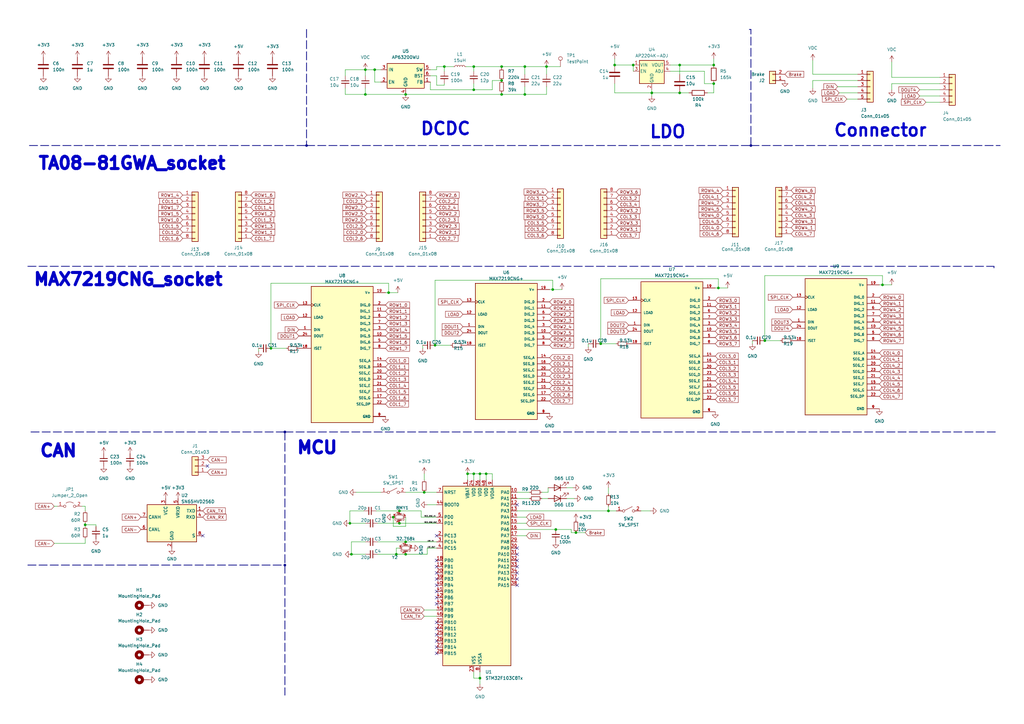
<source format=kicad_sch>
(kicad_sch (version 20230121) (generator eeschema)
  (paper "A3")
  (junction (at 278.765 26.67))
  (junction (at 149.86 38.735))
  (junction (at 116.84 231.775))
  (junction (at 163.83 214.63))
  (junction (at 313.69 139.7))
  (junction (at 267.335 38.1))
  (junction (at 144.145 227.33))
  (junction (at 196.85 278.13))
  (junction (at 227.965 217.17))
  (junction (at 182.245 27.305))
  (junction (at 246.38 140.97))
  (junction (at 196.85 194.31))
  (junction (at 159.385 120.015))
  (junction (at 194.31 27.305))
  (junction (at 194.31 36.83))
  (junction (at 162.56 227.33))
  (junction (at 143.51 214.63))
  (junction (at 215.265 27.305))
  (junction (at 361.95 116.84))
  (junction (at 173.99 201.93))
  (junction (at 149.86 28.575))
  (junction (at 191.77 194.31))
  (junction (at 194.31 194.31))
  (junction (at 111.125 142.875))
  (junction (at 292.735 26.67))
  (junction (at 199.39 194.31))
  (junction (at 205.74 27.305))
  (junction (at 178.435 141.605))
  (junction (at 236.22 218.44))
  (junction (at 249.555 209.55))
  (junction (at 294.64 118.11))
  (junction (at 166.37 222.25))
  (junction (at 292.735 34.29))
  (junction (at 166.37 227.33))
  (junction (at 259.715 26.67))
  (junction (at 215.265 38.735))
  (junction (at 252.095 26.67))
  (junction (at 34.925 215.265))
  (junction (at 161.29 212.09))
  (junction (at 116.84 177.165))
  (junction (at 163.83 209.55))
  (junction (at 153.67 28.575))
  (junction (at 205.74 33.02))
  (junction (at 307.975 59.69))
  (junction (at 226.695 118.745))
  (junction (at 205.74 38.735))
  (junction (at 125.73 59.69))
  (junction (at 278.765 38.1))
  (junction (at 224.155 27.305))
  (junction (at 166.37 38.735))
  (no_connect (at 85.09 191.135))
  (no_connect (at 212.09 207.01))
  (no_connect (at 179.07 237.49))
  (no_connect (at 179.07 255.27))
  (no_connect (at 179.07 234.95))
  (no_connect (at 179.07 245.11))
  (no_connect (at 179.07 232.41))
  (no_connect (at 212.09 234.95))
  (no_connect (at 179.07 219.71))
  (no_connect (at 179.07 247.65))
  (no_connect (at 212.09 229.87))
  (no_connect (at 179.07 257.81))
  (no_connect (at 179.07 240.03))
  (no_connect (at 212.09 232.41))
  (no_connect (at 212.09 237.49))
  (no_connect (at 179.07 260.35))
  (no_connect (at 212.09 240.03))
  (no_connect (at 212.09 227.33))
  (no_connect (at 179.07 265.43))
  (no_connect (at 179.07 267.97))
  (no_connect (at 212.09 224.79))
  (no_connect (at 179.07 229.87))
  (no_connect (at 179.07 242.57))
  (no_connect (at 83.185 219.71))
  (no_connect (at 179.07 262.89))
  (wire (pts (xy 163.83 209.55) (xy 172.72 209.55)))
  (wire (pts (xy 212.09 201.93) (xy 217.17 201.93)))
  (wire (pts (xy 166.37 222.25) (xy 179.07 222.25)))
  (wire (pts (xy 176.53 33.655) (xy 176.53 36.83)))
  (wire (pts (xy 224.155 27.305) (xy 229.87 27.305)))
  (wire (pts (xy 175.26 224.79) (xy 179.07 224.79)))
  (wire (pts (xy 201.93 33.02) (xy 205.74 33.02)))
  (wire (pts (xy 215.265 30.48) (xy 215.265 27.305)))
  (wire (pts (xy 278.765 38.1) (xy 282.575 38.1)))
  (wire (pts (xy 173.99 194.31) (xy 173.99 196.85)))
  (wire (pts (xy 234.315 218.44) (xy 236.22 218.44)))
  (wire (pts (xy 153.67 28.575) (xy 153.67 33.655)))
  (wire (pts (xy 294.64 114.3) (xy 246.38 114.3)))
  (wire (pts (xy 379.73 41.91) (xy 385.445 41.91)))
  (bus (pts (xy 407.67 109.22) (xy 407.67 109.855)))
  (bus (pts (xy 11.43 109.22) (xy 407.67 109.22)) (stroke (width 0) (type dash)))
  (wire (pts (xy 262.89 209.55) (xy 266.7 209.55)))
  (wire (pts (xy 154.94 222.25) (xy 166.37 222.25)))
  (wire (pts (xy 351.79 33.02) (xy 333.375 33.02)))
  (wire (pts (xy 141.605 28.575) (xy 149.86 28.575)))
  (wire (pts (xy 215.265 38.735) (xy 205.74 38.735)))
  (wire (pts (xy 226.695 118.745) (xy 230.505 118.745)))
  (bus (pts (xy 116.84 231.775) (xy 116.84 285.115)) (stroke (width 0) (type dash)))
  (wire (pts (xy 226.695 118.745) (xy 226.695 114.935)))
  (wire (pts (xy 278.765 26.67) (xy 278.765 30.48)))
  (wire (pts (xy 274.955 26.67) (xy 278.765 26.67)))
  (wire (pts (xy 143.51 214.63) (xy 149.86 214.63)))
  (wire (pts (xy 194.31 194.31) (xy 196.85 194.31)))
  (wire (pts (xy 361.95 116.84) (xy 365.76 116.84)))
  (wire (pts (xy 246.38 114.3) (xy 246.38 140.97)))
  (wire (pts (xy 267.335 36.83) (xy 267.335 38.1)))
  (wire (pts (xy 236.22 218.44) (xy 240.03 218.44)))
  (wire (pts (xy 166.37 212.09) (xy 166.37 215.9)))
  (wire (pts (xy 246.38 140.97) (xy 252.73 140.97)))
  (wire (pts (xy 173.355 141.605) (xy 173.355 142.875)))
  (wire (pts (xy 224.79 201.93) (xy 222.25 201.93)))
  (wire (pts (xy 215.265 35.56) (xy 215.265 38.735)))
  (wire (pts (xy 212.09 209.55) (xy 249.555 209.55)))
  (wire (pts (xy 377.19 36.83) (xy 385.445 36.83)))
  (wire (pts (xy 313.69 113.03) (xy 313.69 139.7)))
  (wire (pts (xy 199.39 194.31) (xy 201.93 194.31)))
  (wire (pts (xy 182.245 27.305) (xy 186.055 27.305)))
  (wire (pts (xy 144.145 227.33) (xy 144.145 222.25)))
  (wire (pts (xy 162.56 227.33) (xy 166.37 227.33)))
  (wire (pts (xy 179.07 34.925) (xy 182.245 34.925)))
  (wire (pts (xy 163.83 214.63) (xy 179.07 214.63)))
  (wire (pts (xy 194.31 278.13) (xy 196.85 278.13)))
  (wire (pts (xy 205.74 38.735) (xy 166.37 38.735)))
  (wire (pts (xy 199.39 194.31) (xy 199.39 196.85)))
  (wire (pts (xy 106.045 142.875) (xy 106.045 144.145)))
  (wire (pts (xy 161.29 215.9) (xy 161.29 212.09)))
  (wire (pts (xy 154.94 214.63) (xy 163.83 214.63)))
  (bus (pts (xy 125.73 59.69) (xy 307.975 59.69)) (stroke (width 0) (type dash)))
  (wire (pts (xy 141.605 38.735) (xy 149.86 38.735)))
  (wire (pts (xy 194.31 36.83) (xy 201.93 36.83)))
  (wire (pts (xy 343.535 35.56) (xy 351.79 35.56)))
  (wire (pts (xy 146.05 201.93) (xy 156.21 201.93)))
  (bus (pts (xy 116.84 177.165) (xy 408.94 177.165)) (stroke (width 0) (type dash)))
  (wire (pts (xy 172.72 212.09) (xy 172.72 209.55)))
  (wire (pts (xy 212.09 217.17) (xy 227.965 217.17)))
  (wire (pts (xy 196.85 275.59) (xy 196.85 278.13)))
  (wire (pts (xy 149.86 38.735) (xy 166.37 38.735)))
  (wire (pts (xy 172.72 212.09) (xy 179.07 212.09)))
  (wire (pts (xy 308.61 139.7) (xy 308.61 140.97)))
  (wire (pts (xy 252.095 38.1) (xy 267.335 38.1)))
  (wire (pts (xy 294.64 118.11) (xy 294.64 114.3)))
  (wire (pts (xy 162.56 224.79) (xy 162.56 227.33)))
  (bus (pts (xy 125.73 12.065) (xy 125.73 59.69)) (stroke (width 0) (type dash)))
  (bus (pts (xy 116.84 177.165) (xy 116.84 231.775)) (stroke (width 0) (type dash)))
  (wire (pts (xy 175.26 227.33) (xy 175.26 224.79)))
  (wire (pts (xy 22.225 207.645) (xy 23.495 207.645)))
  (wire (pts (xy 215.9 214.63) (xy 212.09 214.63)))
  (wire (pts (xy 292.735 24.13) (xy 292.735 26.67)))
  (wire (pts (xy 333.375 30.48) (xy 333.375 24.765)))
  (wire (pts (xy 196.85 278.13) (xy 196.85 280.67)))
  (wire (pts (xy 365.76 31.75) (xy 385.445 31.75)))
  (wire (pts (xy 33.655 207.645) (xy 34.925 207.645)))
  (wire (pts (xy 241.3 140.97) (xy 241.3 142.24)))
  (wire (pts (xy 267.335 38.1) (xy 267.335 39.37)))
  (wire (pts (xy 377.19 39.37) (xy 385.445 39.37)))
  (wire (pts (xy 252.095 34.29) (xy 252.095 38.1)))
  (wire (pts (xy 22.225 222.885) (xy 34.925 222.885)))
  (wire (pts (xy 179.07 27.305) (xy 179.07 28.575)))
  (wire (pts (xy 212.09 219.71) (xy 215.9 219.71)))
  (wire (pts (xy 179.07 27.305) (xy 182.245 27.305)))
  (wire (pts (xy 166.37 215.9) (xy 161.29 215.9)))
  (wire (pts (xy 225.425 118.745) (xy 226.695 118.745)))
  (wire (pts (xy 274.955 29.21) (xy 288.925 29.21)))
  (wire (pts (xy 333.375 30.48) (xy 351.79 30.48)))
  (wire (pts (xy 149.86 28.575) (xy 153.67 28.575)))
  (wire (pts (xy 249.555 209.55) (xy 252.73 209.55)))
  (wire (pts (xy 159.385 120.015) (xy 159.385 116.205)))
  (bus (pts (xy 12.7 177.165) (xy 116.84 177.165)) (stroke (width 0) (type dash)))
  (wire (pts (xy 153.67 33.655) (xy 156.21 33.655)))
  (wire (pts (xy 34.925 222.885) (xy 34.925 220.98)))
  (bus (pts (xy 11.43 231.775) (xy 116.84 231.775)) (stroke (width 0) (type dash)))
  (wire (pts (xy 205.74 38.1) (xy 205.74 38.735)))
  (wire (pts (xy 288.925 29.21) (xy 288.925 34.29)))
  (wire (pts (xy 292.735 38.1) (xy 292.735 34.29)))
  (wire (pts (xy 143.51 209.55) (xy 149.225 209.55)))
  (wire (pts (xy 182.245 34.925) (xy 182.245 34.29)))
  (wire (pts (xy 144.145 222.25) (xy 149.86 222.25)))
  (wire (pts (xy 290.195 38.1) (xy 292.735 38.1)))
  (wire (pts (xy 232.41 200.025) (xy 234.95 200.025)))
  (wire (pts (xy 196.85 194.31) (xy 199.39 194.31)))
  (wire (pts (xy 39.37 215.265) (xy 34.925 215.265)))
  (wire (pts (xy 191.77 194.31) (xy 191.77 196.85)))
  (wire (pts (xy 194.31 194.31) (xy 194.31 196.85)))
  (wire (pts (xy 159.385 116.205) (xy 111.125 116.205)))
  (wire (pts (xy 201.93 194.31) (xy 201.93 196.85)))
  (wire (pts (xy 111.125 142.875) (xy 117.475 142.875)))
  (wire (pts (xy 182.245 29.21) (xy 182.245 27.305)))
  (wire (pts (xy 361.95 116.84) (xy 361.95 113.03)))
  (wire (pts (xy 226.695 114.935) (xy 178.435 114.935)))
  (bus (pts (xy 307.975 59.69) (xy 410.21 59.69)) (stroke (width 0) (type dash)))
  (wire (pts (xy 232.41 204.47) (xy 235.585 204.47)))
  (wire (pts (xy 191.135 27.305) (xy 194.31 27.305)))
  (wire (pts (xy 224.155 35.56) (xy 224.155 38.735)))
  (wire (pts (xy 361.95 113.03) (xy 313.69 113.03)))
  (wire (pts (xy 163.83 224.79) (xy 162.56 224.79)))
  (wire (pts (xy 385.445 34.29) (xy 365.76 34.29)))
  (wire (pts (xy 143.51 214.63) (xy 143.51 209.55)))
  (wire (pts (xy 194.31 27.305) (xy 194.31 29.21)))
  (wire (pts (xy 294.64 118.11) (xy 298.45 118.11)))
  (wire (pts (xy 313.69 139.7) (xy 320.04 139.7)))
  (wire (pts (xy 234.315 217.17) (xy 234.315 218.44)))
  (wire (pts (xy 111.125 116.205) (xy 111.125 142.875)))
  (wire (pts (xy 159.385 120.015) (xy 163.195 120.015)))
  (wire (pts (xy 179.07 31.115) (xy 179.07 34.925)))
  (wire (pts (xy 365.76 31.75) (xy 365.76 25.4)))
  (wire (pts (xy 179.07 28.575) (xy 176.53 28.575)))
  (wire (pts (xy 365.76 34.29) (xy 365.76 36.83)))
  (bus (pts (xy 12.065 59.69) (xy 125.73 59.69)) (stroke (width 0) (type dash)))
  (wire (pts (xy 224.155 27.305) (xy 224.155 30.48)))
  (wire (pts (xy 227.965 217.17) (xy 234.315 217.17)))
  (wire (pts (xy 333.375 33.02) (xy 333.375 36.195)))
  (wire (pts (xy 360.68 116.84) (xy 361.95 116.84)))
  (wire (pts (xy 154.94 227.33) (xy 162.56 227.33)))
  (wire (pts (xy 249.555 200.025) (xy 249.555 202.565)))
  (wire (pts (xy 267.335 38.1) (xy 278.765 38.1)))
  (wire (pts (xy 347.345 40.64) (xy 351.79 40.64)))
  (wire (pts (xy 39.37 215.265) (xy 39.37 215.9)))
  (wire (pts (xy 212.09 204.47) (xy 217.17 204.47)))
  (wire (pts (xy 194.31 275.59) (xy 194.31 278.13)))
  (wire (pts (xy 176.53 36.83) (xy 194.31 36.83)))
  (wire (pts (xy 194.31 36.83) (xy 194.31 34.29)))
  (wire (pts (xy 178.435 114.935) (xy 178.435 141.605)))
  (wire (pts (xy 149.86 28.575) (xy 149.86 31.115)))
  (wire (pts (xy 158.115 120.015) (xy 159.385 120.015)))
  (wire (pts (xy 34.925 207.645) (xy 34.925 209.55)))
  (wire (pts (xy 293.37 118.11) (xy 294.64 118.11)))
  (wire (pts (xy 141.605 28.575) (xy 141.605 31.115)))
  (wire (pts (xy 205.74 27.94) (xy 205.74 27.305)))
  (wire (pts (xy 288.925 34.29) (xy 292.735 34.29)))
  (wire (pts (xy 344.17 38.1) (xy 351.79 38.1)))
  (wire (pts (xy 34.925 215.265) (xy 34.925 215.9)))
  (wire (pts (xy 173.99 201.93) (xy 179.07 201.93)))
  (wire (pts (xy 34.925 214.63) (xy 34.925 215.265)))
  (wire (pts (xy 215.265 38.735) (xy 224.155 38.735)))
  (wire (pts (xy 191.77 194.31) (xy 194.31 194.31)))
  (wire (pts (xy 141.605 36.195) (xy 141.605 38.735)))
  (wire (pts (xy 166.37 227.33) (xy 175.26 227.33)))
  (wire (pts (xy 149.86 36.195) (xy 149.86 38.735)))
  (wire (pts (xy 252.095 26.67) (xy 259.715 26.67)))
  (wire (pts (xy 252.095 24.13) (xy 252.095 26.67)))
  (wire (pts (xy 153.67 28.575) (xy 156.21 28.575)))
  (wire (pts (xy 278.765 26.67) (xy 292.735 26.67)))
  (wire (pts (xy 194.31 27.305) (xy 205.74 27.305)))
  (wire (pts (xy 173.99 252.73) (xy 179.07 252.73)))
  (wire (pts (xy 166.37 201.93) (xy 173.99 201.93)))
  (wire (pts (xy 259.715 26.67) (xy 259.715 29.21)))
  (wire (pts (xy 178.435 141.605) (xy 184.785 141.605)))
  (wire (pts (xy 222.25 204.47) (xy 224.79 204.47)))
  (wire (pts (xy 205.74 27.305) (xy 215.265 27.305)))
  (wire (pts (xy 249.555 209.55) (xy 249.555 207.645)))
  (wire (pts (xy 173.99 250.19) (xy 179.07 250.19)))
  (wire (pts (xy 175.26 207.01) (xy 179.07 207.01)))
  (wire (pts (xy 176.53 31.115) (xy 179.07 31.115)))
  (wire (pts (xy 154.305 209.55) (xy 163.83 209.55)))
  (wire (pts (xy 224.79 200.025) (xy 224.79 201.93)))
  (wire (pts (xy 201.93 36.83) (xy 201.93 33.02)))
  (wire (pts (xy 196.85 194.31) (xy 196.85 196.85)))
  (wire (pts (xy 144.145 227.33) (xy 149.86 227.33)))
  (bus (pts (xy 307.975 59.69) (xy 307.975 12.065)) (stroke (width 0) (type dash)))
  (wire (pts (xy 212.09 212.09) (xy 215.9 212.09)))
  (bus (pts (xy 307.34 12.065) (xy 307.975 12.065)) (stroke (width 0) (type dash)))
  (wire (pts (xy 215.265 27.305) (xy 224.155 27.305)))
  (text "Connector\n" (at 341.63 56.515 0) (effects (font (size 5 5) (thickness 1) bold) (justify left bottom)))
  (text "CAN" (at 15.875 187.96 0) (effects (font (size 5 5) (thickness 2) bold) (justify left bottom)))
  (text "MAX7219CNG_socket\n\n" (at 13.335 125.73 0) (effects (font (size 5 5) (thickness 2) bold) (justify left bottom)))
  (text "DCDC\n" (at 172.085 55.88 0) (effects (font (size 5 5) (thickness 1) bold) (justify left bottom)))
  (text "TA08-81GWA_socket\n\n" (at 15.24 78.105 0) (effects (font (size 5 5) (thickness 2) bold) (justify left bottom)))
  (text "LDO" (at 266.065 57.15 0) (effects (font (size 5 5) (thickness 1) bold) (justify left bottom)))
  (text "MCU\n" (at 121.285 186.69 0) (effects (font (size 5 5) (thickness 2) bold) (justify left bottom)))
  (label "LSE_IN" (at 175.26 222.25 0) (effects (font (size 0.5 0.5))))
  (label "RCC_OSC_OUT" (at 173.99 214.63 0) (effects (font (size 0.5 0.5))))
  (label "LSE_OUT" (at 175.26 224.79 0) (effects (font (size 0.5 0.5))))
  (label "RCC_OSC_IN" (at 173.99 212.09 0) (effects (font (size 0.5 0.5))))
  (global_label "ROW1_5" (shape input) (at 158.115 137.795 0) (property "Intersheetrefs" "${INTERSHEET_REFS}" (effects hide)))
  (global_label "ROW1_4" (shape input) (at 74.93 80.01 180) (property "Intersheetrefs" "${INTERSHEET_REFS}" (effects hide)))
  (global_label "SPI_CLK" (shape input) (at 122.555 125.095 180) (property "Intersheetrefs" "${INTERSHEET_REFS}" (effects hide)))
  (global_label "DOUT1" (shape input) (at 189.865 133.985 180) (property "Intersheetrefs" "${INTERSHEET_REFS}" (effects hide)))
  (global_label "COL3_5" (shape input) (at 224.79 91.44 180) (property "Intersheetrefs" "${INTERSHEET_REFS}" (effects hide)))
  (global_label "COL1_0" (shape input) (at 158.115 147.955 0) (property "Intersheetrefs" "${INTERSHEET_REFS}" (effects hide)))
  (global_label "COL2_6" (shape input) (at 150.495 97.79 180) (property "Intersheetrefs" "${INTERSHEET_REFS}" (effects hide)))
  (global_label "COL4_7" (shape input) (at 360.68 162.56 0) (property "Intersheetrefs" "${INTERSHEET_REFS}" (effects hide)))
  (global_label "ROW3_7" (shape input) (at 293.37 140.97 0) (property "Intersheetrefs" "${INTERSHEET_REFS}" (effects hide)))
  (global_label "ROW2_3" (shape input) (at 178.435 92.71 0) (property "Intersheetrefs" "${INTERSHEET_REFS}" (effects hide)))
  (global_label "ROW2_0" (shape input) (at 225.425 123.825 0) (property "Intersheetrefs" "${INTERSHEET_REFS}" (effects hide)))
  (global_label "COL1_2" (shape input) (at 158.115 153.035 0) (property "Intersheetrefs" "${INTERSHEET_REFS}" (effects hide)))
  (global_label "ROW1_6" (shape input) (at 158.115 140.335 0) (property "Intersheetrefs" "${INTERSHEET_REFS}" (effects hide)))
  (global_label "ROW3_0" (shape input) (at 224.79 88.9 180) (property "Intersheetrefs" "${INTERSHEET_REFS}" (effects hide)))
  (global_label "DOUT4" (shape input) (at 377.19 36.83 180) (property "Intersheetrefs" "${INTERSHEET_REFS}" (effects hide)))
  (global_label "COL3_6" (shape input) (at 224.79 96.52 180) (property "Intersheetrefs" "${INTERSHEET_REFS}" (effects hide)))
  (global_label "DIN" (shape input) (at 122.555 135.255 180) (property "Intersheetrefs" "${INTERSHEET_REFS}" (effects hide)))
  (global_label "LOAD" (shape input) (at 325.12 127 180) (property "Intersheetrefs" "${INTERSHEET_REFS}" (effects hide)))
  (global_label "LOAD" (shape input) (at 122.555 130.175 180) (property "Intersheetrefs" "${INTERSHEET_REFS}" (effects hide)))
  (global_label "COL2_4" (shape input) (at 178.435 85.09 0) (property "Intersheetrefs" "${INTERSHEET_REFS}" (effects hide)))
  (global_label "COL3_1" (shape input) (at 224.79 81.28 180) (property "Intersheetrefs" "${INTERSHEET_REFS}" (effects hide)))
  (global_label "ROW3_2" (shape input) (at 293.37 128.27 0) (property "Intersheetrefs" "${INTERSHEET_REFS}" (effects hide)))
  (global_label "ROW3_7" (shape input) (at 224.79 83.82 180) (property "Intersheetrefs" "${INTERSHEET_REFS}" (effects hide)))
  (global_label "SPI_CLK" (shape input) (at 379.73 41.91 180) (property "Intersheetrefs" "${INTERSHEET_REFS}" (effects hide)))
  (global_label "COL3_2" (shape input) (at 293.37 151.13 0) (property "Intersheetrefs" "${INTERSHEET_REFS}" (effects hide)))
  (global_label "COL2_6" (shape input) (at 225.425 161.925 0) (property "Intersheetrefs" "${INTERSHEET_REFS}" (effects hide)))
  (global_label "ROW3_6" (shape input) (at 293.37 138.43 0) (property "Intersheetrefs" "${INTERSHEET_REFS}" (effects hide)))
  (global_label "COL1_3" (shape input) (at 158.115 155.575 0) (property "Intersheetrefs" "${INTERSHEET_REFS}" (effects hide)))
  (global_label "DOUT3" (shape input) (at 325.12 132.08 180) (property "Intersheetrefs" "${INTERSHEET_REFS}" (effects hide)))
  (global_label "COL3_2" (shape input) (at 252.73 81.28 0) (property "Intersheetrefs" "${INTERSHEET_REFS}" (effects hide)))
  (global_label "CAN+" (shape input) (at 85.09 193.675 0) (property "Intersheetrefs" "${INTERSHEET_REFS}" (effects hide)))
  (global_label "ROW1_4" (shape input) (at 158.115 135.255 0) (property "Intersheetrefs" "${INTERSHEET_REFS}" (effects hide)))
  (global_label "COL4_4" (shape input) (at 360.68 154.94 0) (property "Intersheetrefs" "${INTERSHEET_REFS}" (effects hide)))
  (global_label "COL1_6" (shape input) (at 74.93 97.79 180) (property "Intersheetrefs" "${INTERSHEET_REFS}" (effects hide)))
  (global_label "ROW2_5" (shape input) (at 225.425 136.525 0) (property "Intersheetrefs" "${INTERSHEET_REFS}" (effects hide)))
  (global_label "CAN-" (shape input) (at 85.09 188.595 0) (property "Intersheetrefs" "${INTERSHEET_REFS}" (effects hide)))
  (global_label "ROW1_1" (shape input) (at 102.87 95.25 0) (property "Intersheetrefs" "${INTERSHEET_REFS}" (effects hide)))
  (global_label "CAN-" (shape input) (at 22.225 222.885 180) (property "Intersheetrefs" "${INTERSHEET_REFS}" (effects hide)))
  (global_label "ROW4_4" (shape input) (at 360.68 132.08 0) (property "Intersheetrefs" "${INTERSHEET_REFS}" (effects hide)))
  (global_label "COL3_4" (shape input) (at 293.37 156.21 0) (property "Intersheetrefs" "${INTERSHEET_REFS}" (effects hide)))
  (global_label "COL4_0" (shape input) (at 296.545 93.345 180) (property "Intersheetrefs" "${INTERSHEET_REFS}" (effects hide)))
  (global_label "COL4_4" (shape input) (at 324.485 83.185 0) (property "Intersheetrefs" "${INTERSHEET_REFS}" (effects hide)))
  (global_label "COL3_4" (shape input) (at 252.73 83.82 0) (property "Intersheetrefs" "${INTERSHEET_REFS}" (effects hide)))
  (global_label "COL1_5" (shape input) (at 158.115 160.655 0) (property "Intersheetrefs" "${INTERSHEET_REFS}" (effects hide)))
  (global_label "ROW3_3" (shape input) (at 252.73 91.44 0) (property "Intersheetrefs" "${INTERSHEET_REFS}" (effects hide)))
  (global_label "ROW1_3" (shape input) (at 102.87 92.71 0) (property "Intersheetrefs" "${INTERSHEET_REFS}" (effects hide)))
  (global_label "COL1_6" (shape input) (at 158.115 163.195 0) (property "Intersheetrefs" "${INTERSHEET_REFS}" (effects hide)))
  (global_label "COL1_4" (shape input) (at 102.87 85.09 0) (property "Intersheetrefs" "${INTERSHEET_REFS}" (effects hide)))
  (global_label "COL3_6" (shape input) (at 293.37 161.29 0) (property "Intersheetrefs" "${INTERSHEET_REFS}" (effects hide)))
  (global_label "ROW4_6" (shape input) (at 324.485 78.105 0) (property "Intersheetrefs" "${INTERSHEET_REFS}" (effects hide)))
  (global_label "DOUT3" (shape input) (at 257.81 135.89 180) (property "Intersheetrefs" "${INTERSHEET_REFS}" (effects hide)))
  (global_label "ROW1_1" (shape input) (at 158.115 127.635 0) (property "Intersheetrefs" "${INTERSHEET_REFS}" (effects hide)))
  (global_label "COL2_4" (shape input) (at 225.425 156.845 0) (property "Intersheetrefs" "${INTERSHEET_REFS}" (effects hide)))
  (global_label "ROW3_2" (shape input) (at 252.73 86.36 0) (property "Intersheetrefs" "${INTERSHEET_REFS}" (effects hide)))
  (global_label "ROW2_1" (shape input) (at 225.425 126.365 0) (property "Intersheetrefs" "${INTERSHEET_REFS}" (effects hide)))
  (global_label "ROW4_5" (shape input) (at 360.68 134.62 0) (property "Intersheetrefs" "${INTERSHEET_REFS}" (effects hide)))
  (global_label "CAN_TX" (shape input) (at 173.99 252.73 180) (property "Intersheetrefs" "${INTERSHEET_REFS}" (effects hide)))
  (global_label "ROW1_7" (shape input) (at 74.93 85.09 180) (property "Intersheetrefs" "${INTERSHEET_REFS}" (effects hide)))
  (global_label "COL3_5" (shape input) (at 293.37 158.75 0) (property "Intersheetrefs" "${INTERSHEET_REFS}" (effects hide)))
  (global_label "COL4_2" (shape input) (at 360.68 149.86 0) (property "Intersheetrefs" "${INTERSHEET_REFS}" (effects hide)))
  (global_label "COL3_0" (shape input) (at 293.37 146.05 0) (property "Intersheetrefs" "${INTERSHEET_REFS}" (effects hide)))
  (global_label "COL2_2" (shape input) (at 225.425 151.765 0) (property "Intersheetrefs" "${INTERSHEET_REFS}" (effects hide)))
  (global_label "LOAD" (shape input) (at 377.19 39.37 180) (property "Intersheetrefs" "${INTERSHEET_REFS}" (effects hide)))
  (global_label "ROW3_1" (shape input) (at 293.37 125.73 0) (property "Intersheetrefs" "${INTERSHEET_REFS}" (effects hide)))
  (global_label "COL2_1" (shape input) (at 150.495 82.55 180) (property "Intersheetrefs" "${INTERSHEET_REFS}" (effects hide)))
  (global_label "SPI_CLK" (shape input) (at 189.865 123.825 180) (property "Intersheetrefs" "${INTERSHEET_REFS}" (effects hide)))
  (global_label "COL4_5" (shape input) (at 296.545 90.805 180) (property "Intersheetrefs" "${INTERSHEET_REFS}" (effects hide)))
  (global_label "ROW3_5" (shape input) (at 224.79 86.36 180) (property "Intersheetrefs" "${INTERSHEET_REFS}" (effects hide)))
  (global_label "LOAD" (shape input) (at 189.865 128.905 180) (property "Intersheetrefs" "${INTERSHEET_REFS}" (effects hide)))
  (global_label "COL2_3" (shape input) (at 178.435 90.17 0) (property "Intersheetrefs" "${INTERSHEET_REFS}" (effects hide)))
  (global_label "ROW1_5" (shape input) (at 74.93 87.63 180) (property "Intersheetrefs" "${INTERSHEET_REFS}" (effects hide)))
  (global_label "COL4_7" (shape input) (at 324.485 95.885 0) (property "Intersheetrefs" "${INTERSHEET_REFS}" (effects hide)))
  (global_label "COL3_7" (shape input) (at 293.37 163.83 0) (property "Intersheetrefs" "${INTERSHEET_REFS}" (effects hide)))
  (global_label "LOAD" (shape input) (at 215.9 212.09 0) (property "Intersheetrefs" "${INTERSHEET_REFS}" (effects hide)))
  (global_label "DOUT2" (shape input) (at 257.81 133.35 180) (property "Intersheetrefs" "${INTERSHEET_REFS}" (effects hide)))
  (global_label "COL4_6" (shape input) (at 296.545 95.885 180) (property "Intersheetrefs" "${INTERSHEET_REFS}" (effects hide)))
  (global_label "ROW2_2" (shape input) (at 178.435 87.63 0) (property "Intersheetrefs" "${INTERSHEET_REFS}" (effects hide)))
  (global_label "ROW4_0" (shape input) (at 360.68 121.92 0) (property "Intersheetrefs" "${INTERSHEET_REFS}" (effects hide)))
  (global_label "ROW2_5" (shape input) (at 150.495 87.63 180) (property "Intersheetrefs" "${INTERSHEET_REFS}" (effects hide)))
  (global_label "SPI_CLK" (shape input) (at 257.81 123.19 180) (property "Intersheetrefs" "${INTERSHEET_REFS}" (effects hide)))
  (global_label "DIN" (shape input) (at 343.535 35.56 180) (property "Intersheetrefs" "${INTERSHEET_REFS}" (effects hide)))
  (global_label "ROW3_4" (shape input) (at 224.79 78.74 180) (property "Intersheetrefs" "${INTERSHEET_REFS}" (effects hide)))
  (global_label "CAN-" (shape input) (at 57.785 217.17 180) (property "Intersheetrefs" "${INTERSHEET_REFS}" (effects hide)))
  (global_label "COL2_5" (shape input) (at 225.425 159.385 0) (property "Intersheetrefs" "${INTERSHEET_REFS}" (effects hide)))
  (global_label "COL4_3" (shape input) (at 324.485 88.265 0) (property "Intersheetrefs" "${INTERSHEET_REFS}" (effects hide)))
  (global_label "COL1_2" (shape input) (at 102.87 82.55 0) (property "Intersheetrefs" "${INTERSHEET_REFS}" (effects hide)))
  (global_label "COL2_7" (shape input) (at 178.435 97.79 0) (property "Intersheetrefs" "${INTERSHEET_REFS}" (effects hide)))
  (global_label "ROW4_1" (shape input) (at 324.485 93.345 0) (property "Intersheetrefs" "${INTERSHEET_REFS}" (effects hide)))
  (global_label "CAN_RX" (shape input) (at 173.99 250.19 180) (property "Intersheetrefs" "${INTERSHEET_REFS}" (effects hide)))
  (global_label "SPI_CLK" (shape input) (at 325.12 121.92 180) (property "Intersheetrefs" "${INTERSHEET_REFS}" (effects hide)))
  (global_label "ROW3_6" (shape input) (at 252.73 78.74 0) (property "Intersheetrefs" "${INTERSHEET_REFS}" (effects hide)))
  (global_label "COL2_1" (shape input) (at 225.425 149.225 0) (property "Intersheetrefs" "${INTERSHEET_REFS}" (effects hide)))
  (global_label "COL4_0" (shape input) (at 360.68 144.78 0) (property "Intersheetrefs" "${INTERSHEET_REFS}" (effects hide)))
  (global_label "COL1_7" (shape input) (at 102.87 97.79 0) (property "Intersheetrefs" "${INTERSHEET_REFS}" (effects hide)))
  (global_label "ROW2_1" (shape input) (at 178.435 95.25 0) (property "Intersheetrefs" "${INTERSHEET_REFS}" (effects hide)))
  (global_label "ROW4_0" (shape input) (at 296.545 88.265 180) (property "Intersheetrefs" "${INTERSHEET_REFS}" (effects hide)))
  (global_label "ROW1_2" (shape input) (at 158.115 130.175 0) (property "Intersheetrefs" "${INTERSHEET_REFS}" (effects hide)))
  (global_label "DIN" (shape input) (at 215.9 219.71 0) (property "Intersheetrefs" "${INTERSHEET_REFS}" (effects hide)))
  (global_label "CAN_TX" (shape input) (at 83.185 209.55 0) (property "Intersheetrefs" "${INTERSHEET_REFS}" (effects hide)))
  (global_label "COL4_6" (shape input) (at 360.68 160.02 0) (property "Intersheetrefs" "${INTERSHEET_REFS}" (effects hide)))
  (global_label "COL3_3" (shape input) (at 293.37 153.67 0) (property "Intersheetrefs" "${INTERSHEET_REFS}" (effects hide)))
  (global_label "ROW2_0" (shape input) (at 150.495 90.17 180) (property "Intersheetrefs" "${INTERSHEET_REFS}" (effects hide)))
  (global_label "SPI_CLK" (shape input) (at 347.345 40.64 180) (property "Intersheetrefs" "${INTERSHEET_REFS}" (effects hide)))
  (global_label "ROW1_0" (shape input) (at 158.115 125.095 0) (property "Intersheetrefs" "${INTERSHEET_REFS}" (effects hide)))
  (global_label "ROW3_0" (shape input) (at 293.37 123.19 0) (property "Intersheetrefs" "${INTERSHEET_REFS}" (effects hide)))
  (global_label "COL1_7" (shape input) (at 158.115 165.735 0) (property "Intersheetrefs" "${INTERSHEET_REFS}" (effects hide)))
  (global_label "COL1_0" (shape input) (at 74.93 95.25 180) (property "Intersheetrefs" "${INTERSHEET_REFS}" (effects hide)))
  (global_label "COL1_1" (shape input) (at 74.93 82.55 180) (property "Intersheetrefs" "${INTERSHEET_REFS}" (effects hide)))
  (global_label "ROW4_3" (shape input) (at 360.68 129.54 0) (property "Intersheetrefs" "${INTERSHEET_REFS}" (effects hide)))
  (global_label "COL1_1" (shape input) (at 158.115 150.495 0) (property "Intersheetrefs" "${INTERSHEET_REFS}" (effects hide)))
  (global_label "ROW4_7" (shape input) (at 360.68 139.7 0) (property "Intersheetrefs" "${INTERSHEET_REFS}" (effects hide)))
  (global_label "ROW1_2" (shape input) (at 102.87 87.63 0) (property "Intersheetrefs" "${INTERSHEET_REFS}" (effects hide)))
  (global_label "ROW3_4" (shape input) (at 293.37 133.35 0) (property "Intersheetrefs" "${INTERSHEET_REFS}" (effects hide)))
  (global_label "COL2_2" (shape input) (at 178.435 82.55 0) (property "Intersheetrefs" "${INTERSHEET_REFS}" (effects hide)))
  (global_label "COL2_0" (shape input) (at 225.425 146.685 0) (property "Intersheetrefs" "${INTERSHEET_REFS}" (effects hide)))
  (global_label "LOAD" (shape input) (at 257.81 128.27 180) (property "Intersheetrefs" "${INTERSHEET_REFS}" (effects hide)))
  (global_label "ROW1_0" (shape input) (at 74.93 90.17 180) (property "Intersheetrefs" "${INTERSHEET_REFS}" (effects hide)))
  (global_label "CAN_RX" (shape input) (at 83.185 212.09 0) (property "Intersheetrefs" "${INTERSHEET_REFS}" (effects hide)))
  (global_label "Brake" (shape input) (at 240.03 218.44 0) (property "Intersheetrefs" "${INTERSHEET_REFS}" (effects hide)))
  (global_label "CAN+" (shape input) (at 57.785 212.09 180) (property "Intersheetrefs" "${INTERSHEET_REFS}" (effects hide)))
  (global_label "COL1_3" (shape input) (at 102.87 90.17 0) (property "Intersheetrefs" "${INTERSHEET_REFS}" (effects hide)))
  (global_label "ROW2_6" (shape input) (at 225.425 139.065 0) (property "Intersheetrefs" "${INTERSHEET_REFS}" (effects hide)))
  (global_label "COL1_4" (shape input) (at 158.115 158.115 0) (property "Intersheetrefs" "${INTERSHEET_REFS}" (effects hide)))
  (global_label "ROW1_6" (shape input) (at 102.87 80.01 0) (property "Intersheetrefs" "${INTERSHEET_REFS}" (effects hide)))
  (global_label "COL4_1" (shape input) (at 296.545 80.645 180) (property "Intersheetrefs" "${INTERSHEET_REFS}" (effects hide)))
  (global_label "ROW2_4" (shape input) (at 225.425 133.985 0) (property "Intersheetrefs" "${INTERSHEET_REFS}" (effects hide)))
  (global_label "ROW4_3" (shape input) (at 324.485 90.805 0) (property "Intersheetrefs" "${INTERSHEET_REFS}" (effects hide)))
  (global_label "ROW1_7" (shape input) (at 158.115 142.875 0) (property "Intersheetrefs" "${INTERSHEET_REFS}" (effects hide)))
  (global_label "COL2_3" (shape input) (at 225.425 154.305 0) (property "Intersheetrefs" "${INTERSHEET_REFS}" (effects hide)))
  (global_label "ROW4_2" (shape input) (at 360.68 127 0) (property "Intersheetrefs" "${INTERSHEET_REFS}" (effects hide)))
  (global_label "ROW4_4" (shape input) (at 296.545 78.105 180) (property "Intersheetrefs" "${INTERSHEET_REFS}" (effects hide)))
  (global_label "DOUT4" (shape input) (at 325.12 134.62 180) (property "Intersheetrefs" "${INTERSHEET_REFS}" (effects hide)))
  (global_label "ROW4_6" (shape input) (at 360.68 137.16 0) (property "Intersheetrefs" "${INTERSHEET_REFS}" (effects hide)))
  (global_label "ROW4_5" (shape input) (at 296.545 85.725 180) (property "Intersheetrefs" "${INTERSHEET_REFS}" (effects hide)))
  (global_label "ROW4_7" (shape input) (at 296.545 83.185 180) (property "Intersheetrefs" "${INTERSHEET_REFS}" (effects hide)))
  (global_label "ROW2_7" (shape input) (at 150.495 85.09 180) (property "Intersheetrefs" "${INTERSHEET_REFS}" (effects hide)))
  (global_label "ROW3_3" (shape input) (at 293.37 130.81 0) (property "Intersheetrefs" "${INTERSHEET_REFS}" (effects hide)))
  (global_label "ROW4_2" (shape input) (at 324.485 85.725 0) (property "Intersheetrefs" "${INTERSHEET_REFS}" (effects hide)))
  (global_label "COL1_5" (shape input) (at 74.93 92.71 180) (property "Intersheetrefs" "${INTERSHEET_REFS}" (effects hide)))
  (global_label "COL2_7" (shape input) (at 225.425 164.465 0) (property "Intersheetrefs" "${INTERSHEET_REFS}" (effects hide)))
  (global_label "ROW3_5" (shape input) (at 293.37 135.89 0) (property "Intersheetrefs" "${INTERSHEET_REFS}" (effects hide)))
  (global_label "COL4_3" (shape input) (at 360.68 152.4 0) (property "Intersheetrefs" "${INTERSHEET_REFS}" (effects hide)))
  (global_label "ROW4_1" (shape input) (at 360.68 124.46 0) (property "Intersheetrefs" "${INTERSHEET_REFS}" (effects hide)))
  (global_label "LOAD" (shape input) (at 344.17 38.1 180) (property "Intersheetrefs" "${INTERSHEET_REFS}" (effects hide)))
  (global_label "Brake" (shape input) (at 321.945 30.48 0) (property "Intersheetrefs" "${INTERSHEET_REFS}" (effects hide)))
  (global_label "COL2_5" (shape input) (at 150.495 92.71 180) (property "Intersheetrefs" "${INTERSHEET_REFS}" (effects hide)))
  (global_label "COL4_5" (shape input) (at 360.68 157.48 0) (property "Intersheetrefs" "${INTERSHEET_REFS}" (effects hide)))
  (global_label "CAN+" (shape input) (at 22.225 207.645 180) (property "Intersheetrefs" "${INTERSHEET_REFS}" (effects hide)))
  (global_label "ROW2_3" (shape input) (at 225.425 131.445 0) (property "Intersheetrefs" "${INTERSHEET_REFS}" (effects hide)))
  (global_label "ROW2_7" (shape input) (at 225.425 141.605 0) (property "Intersheetrefs" "${INTERSHEET_REFS}" (effects hide)))
  (global_label "COL4_2" (shape input) (at 324.485 80.645 0) (property "Intersheetrefs" "${INTERSHEET_REFS}" (effects hide)))
  (global_label "COL2_0" (shape input) (at 150.495 95.25 180) (property "Intersheetrefs" "${INTERSHEET_REFS}" (effects hide)))
  (global_label "COL4_1" (shape input) (at 360.68 147.32 0) (property "Intersheetrefs" "${INTERSHEET_REFS}" (effects hide)))
  (global_label "ROW3_1" (shape input) (at 252.73 93.98 0) (property "Intersheetrefs" "${INTERSHEET_REFS}" (effects hide)))
  (global_label "SPI_CLK" (shape input) (at 215.9 214.63 0) (property "Intersheetrefs" "${INTERSHEET_REFS}" (effects hide)))
  (global_label "COL3_1" (shape input) (at 293.37 148.59 0) (property "Intersheetrefs" "${INTERSHEET_REFS}" (effects hide)))
  (global_label "COL3_7" (shape input) (at 252.73 96.52 0) (property "Intersheetrefs" "${INTERSHEET_REFS}" (effects hide)))
  (global_label "ROW2_4" (shape input) (at 150.495 80.01 180) (property "Intersheetrefs" "${INTERSHEET_REFS}" (effects hide)))
  (global_label "COL3_0" (shape input) (at 224.79 93.98 180) (property "Intersheetrefs" "${INTERSHEET_REFS}" (effects hide)))
  (global_label "ROW2_6" (shape input) (at 178.435 80.01 0) (property "Intersheetrefs" "${INTERSHEET_REFS}" (effects hide)))
  (global_label "DOUT2" (shape input) (at 189.865 136.525 180) (property "Intersheetrefs" "${INTERSHEET_REFS}" (effects hide)))
  (global_label "ROW2_2" (shape input) (at 225.425 128.905 0) (property "Intersheetrefs" "${INTERSHEET_REFS}" (effects hide)))
  (global_label "COL3_3" (shape input) (at 252.73 88.9 0) (property "Intersheetrefs" "${INTERSHEET_REFS}" (effects hide)))
  (global_label "DOUT1" (shape input) (at 122.555 137.795 180) (property "Intersheetrefs" "${INTERSHEET_REFS}" (effects hide)))
  (global_label "ROW1_3" (shape input) (at 158.115 132.715 0) (property "Intersheetrefs" "${INTERSHEET_REFS}" (effects hide)))
  (symbol (lib_id "power:+3V3") (at 111.76 23.495 0) (unit 1)
    (property "Reference" "#PWR032" (effects hide))
    (property "Value" "+3V3" (at 111.76 19.05 0))
  )
  (symbol (lib_id "Device:C_Small") (at 215.265 33.02 0) (unit 1)
    (property "Reference" "C21" (at 217.805 31.7563 0) (effects (justify left)))
    (property "Value" "22u" (at 217.805 34.2963 0) (effects (justify left)))
    (property "Footprint" "Capacitor_SMD:C_0805_2012Metric" (effects hide))
  )
  (symbol (lib_id "Device:C_Small") (at 311.15 139.7 270) (unit 1)
    (property "Reference" "C29" (at 314.325 138.43 90))
    (property "Value" "0.1u" (at 307.975 138.43 90))
    (property "Footprint" "Capacitor_SMD:C_0603_1608Metric" (effects hide))
  )
  (symbol (lib_id "Device:C_Small") (at 42.545 188.595 0) (unit 1)
    (property "Reference" "C23" (at 45.085 187.3313 0) (effects (justify left)))
    (property "Value" "100n" (at 45.085 189.8713 0) (effects (justify left)))
    (property "Footprint" "Capacitor_SMD:C_0603_1608Metric" (effects hide))
  )
  (symbol (lib_id "power:+5V") (at 298.45 118.11 0) (unit 1)
    (property "Reference" "#PWR068" (effects hide))
    (property "Value" "+5V" (at 298.45 113.03 0))
  )
  (symbol (lib_id "Device:R") (at 292.735 30.48 0) (unit 1)
    (property "Reference" "R5" (at 295.275 29.21 0) (effects (justify left)))
    (property "Value" "165k" (at 295.275 31.75 0) (effects (justify left)))
    (property "Footprint" "Resistor_SMD:R_0603_1608Metric" (effects hide))
  )
  (symbol (lib_id "power:GND") (at 53.34 191.135 0) (mirror y) (unit 1)
    (property "Reference" "#PWR048" (effects hide))
    (property "Value" "GND" (at 53.34 196.215 0))
  )
  (symbol (lib_id "power:GND") (at 227.965 222.25 0) (unit 1)
    (property "Reference" "#PWR035" (effects hide))
    (property "Value" "GND" (at 227.965 226.695 0))
  )
  (symbol (lib_id "power:+5V") (at 97.79 23.495 0) (unit 1)
    (property "Reference" "#PWR030" (effects hide))
    (property "Value" "+5V" (at 97.79 19.05 0))
  )
  (symbol (lib_id "MAX7219CNG:MAX7219CNG") (at 140.335 145.415 0) (unit 1)
    (property "Reference" "U8" (at 140.335 113.03 0))
    (property "Value" "MAX7219CNG+" (at 140.335 115.57 0))
    (property "Footprint" "Package_DIP:DIP-24_W7.62mm_Socket" (effects hide))
    (property "MF" "Analog Devices" (effects hide))
    (property "MAXIMUM_PACKAGE_HEIGHT" "4.57mm" (effects hide))
    (property "CREATOR" "DIZAR" (effects hide))
    (property "Price" "None" (effects hide))
    (property "Package" "DIP-24 Maxim Integrated" (effects hide))
    (property "Check_prices" "https://www.snapeda.com/parts/MAX7219CNG/Analog+Devices/view-part/?ref=eda" (effects hide))
    (property "STANDARD" "IPC-7351B" (effects hide))
    (property "PARTREV" "6" (effects hide))
    (property "SnapEDA_Link" "https://www.snapeda.com/parts/MAX7219CNG/Analog+Devices/view-part/?ref=snap" (effects hide))
    (property "MP" "MAX7219CNG" (effects hide))
    (property "Description" "\n                        \n                            IC DRVR 7 SEGMENT 8 DIGIT 24DIP\n                        \n" (effects hide))
    (property "MANUFACTURER" "Analog Devices" (effects hide))
    (property "Availability" "In Stock" (effects hide))
    (property "SNAPEDA_PN" "MAX7219CNG" (effects hide))
  )
  (symbol (lib_id "MAX7219CNG:MAX7219CNG") (at 342.9 142.24 0) (unit 1)
    (property "Reference" "U9" (at 342.9 109.22 0))
    (property "Value" "MAX7219CNG+" (at 342.9 111.76 0))
    (property "Footprint" "Package_DIP:DIP-24_W7.62mm_Socket" (effects hide))
    (property "MF" "Analog Devices" (effects hide))
    (property "MAXIMUM_PACKAGE_HEIGHT" "4.57mm" (effects hide))
    (property "CREATOR" "DIZAR" (effects hide))
    (property "Price" "None" (effects hide))
    (property "Package" "DIP-24 Maxim Integrated" (effects hide))
    (property "Check_prices" "https://www.snapeda.com/parts/MAX7219CNG/Analog+Devices/view-part/?ref=eda" (effects hide))
    (property "STANDARD" "IPC-7351B" (effects hide))
    (property "PARTREV" "6" (effects hide))
    (property "SnapEDA_Link" "https://www.snapeda.com/parts/MAX7219CNG/Analog+Devices/view-part/?ref=snap" (effects hide))
    (property "MP" "MAX7219CNG" (effects hide))
    (property "Description" "\n                        \n                            IC DRVR 7 SEGMENT 8 DIGIT 24DIP\n                        \n" (effects hide))
    (property "MANUFACTURER" "Analog Devices" (effects hide))
    (property "Availability" "In Stock" (effects hide))
    (property "SNAPEDA_PN" "MAX7219CNG" (effects hide))
  )
  (symbol (lib_id "Device:R_Small") (at 236.22 215.9 0) (unit 1)
    (property "Reference" "R6" (at 240.03 215.265 0) (effects (justify right)))
    (property "Value" "10k" (at 240.665 217.17 0) (effects (justify right)))
    (property "Footprint" "Resistor_SMD:R_0603_1608Metric" (effects hide))
  )
  (symbol (lib_id "power:GND") (at 168.91 224.79 90) (unit 1)
    (property "Reference" "#PWR07" (effects hide))
    (property "Value" "GND" (at 172.72 223.52 0) (effects (justify right)))
  )
  (symbol (lib_id "Device:C_Small") (at 149.86 33.655 0) (mirror y) (unit 1)
    (property "Reference" "C18" (at 147.32 32.3913 0) (effects (justify left)))
    (property "Value" "10u" (at 147.32 34.9313 0) (effects (justify left)))
    (property "Footprint" "Capacitor_SMD:C_0805_2012Metric" (effects hide))
  )
  (symbol (lib_id "power:GND") (at 266.7 209.55 90) (unit 1)
    (property "Reference" "#PWR043" (effects hide))
    (property "Value" "GND" (at 270.51 209.55 90) (effects (justify right)))
  )
  (symbol (lib_id "Connector_Generic:Conn_01x08") (at 229.87 86.36 0) (unit 1)
    (property "Reference" "J10" (at 227.965 100.965 0) (effects (justify left)))
    (property "Value" "Conn_01x08" (at 224.155 102.87 0) (effects (justify left)))
    (property "Footprint" "Connector_PinSocket_2.54mm:PinSocket_1x08_P2.54mm_Vertical" (effects hide))
  )
  (symbol (lib_id "Mechanical:MountingHole_Pad") (at 58.42 248.285 90) (unit 1)
    (property "Reference" "H1" (at 57.15 241.935 90))
    (property "Value" "MountingHole_Pad" (at 57.15 244.475 90))
    (property "Footprint" "MountingHole:MountingHole_3.2mm_M3_ISO14580_Pad" (effects hide))
  )
  (symbol (lib_id "Device:R_Small") (at 219.71 201.93 90) (unit 1)
    (property "Reference" "R9" (at 213.995 200.66 90) (effects (justify right)))
    (property "Value" "220" (at 217.17 200.025 90) (effects (justify right)))
    (property "Footprint" "Resistor_SMD:R_0603_1608Metric" (effects hide))
  )
  (symbol (lib_id "power:GND") (at 60.96 268.605 90) (unit 1)
    (property "Reference" "#PWR015" (effects hide))
    (property "Value" "GND" (at 64.77 268.605 90) (effects (justify right)))
  )
  (symbol (lib_id "power:VDC") (at 365.76 25.4 0) (unit 1)
    (property "Reference" "#PWR046" (effects hide))
    (property "Value" "VDC" (at 365.76 20.32 0))
  )
  (symbol (lib_id "Device:C_Small") (at 175.895 141.605 270) (unit 1)
    (property "Reference" "C26" (at 179.07 140.335 90))
    (property "Value" "0.1u" (at 172.72 140.335 90))
    (property "Footprint" "Capacitor_SMD:C_0603_1608Metric" (effects hide))
  )
  (symbol (lib_id "power:GND") (at 60.96 278.765 90) (unit 1)
    (property "Reference" "#PWR016" (effects hide))
    (property "Value" "GND" (at 64.77 278.765 90) (effects (justify right)))
  )
  (symbol (lib_id "Device:C_Small") (at 152.4 227.33 270) (unit 1)
    (property "Reference" "C4" (at 154.94 226.06 90))
    (property "Value" "20p" (at 149.86 228.6 90))
    (property "Footprint" "Capacitor_SMD:C_0603_1608Metric" (effects hide))
  )
  (symbol (lib_id "power:GND") (at 225.425 169.545 0) (unit 1)
    (property "Reference" "#PWR061" (effects hide))
    (property "Value" "GND" (at 225.425 174.625 0))
  )
  (symbol (lib_id "power:+3V3") (at 44.45 23.495 0) (unit 1)
    (property "Reference" "#PWR022" (effects hide))
    (property "Value" "+3V3" (at 44.45 18.415 0))
  )
  (symbol (lib_id "power:GND") (at 333.375 36.195 0) (unit 1)
    (property "Reference" "#PWR044" (effects hide))
    (property "Value" "GND" (at 333.375 41.275 0))
  )
  (symbol (lib_id "Connector_Generic:Conn_01x08") (at 173.355 90.17 180) (unit 1)
    (property "Reference" "J15" (at 173.355 101.6 0))
    (property "Value" "Conn_01x08" (at 173.355 104.14 0))
    (property "Footprint" "Connector_PinSocket_2.54mm:PinSocket_1x08_P2.54mm_Vertical" (effects hide))
  )
  (symbol (lib_id "power:+3V3") (at 72.39 23.495 0) (unit 1)
    (property "Reference" "#PWR026" (effects hide))
    (property "Value" "+3V3" (at 72.39 18.415 0))
  )
  (symbol (lib_id "Connector:TestPoint") (at 229.87 27.305 0) (unit 1)
    (property "Reference" "TP1" (at 232.41 22.733 0) (effects (justify left)))
    (property "Value" "TestPoint" (at 232.41 25.273 0) (effects (justify left)))
    (property "Footprint" "TestPoint:TestPoint_THTPad_D1.5mm_Drill0.7mm" (effects hide))
  )
  (symbol (lib_id "power:GND") (at 235.585 204.47 90) (unit 1)
    (property "Reference" "#PWR049" (effects hide))
    (property "Value" "GND" (at 239.395 204.47 90) (effects (justify right)))
  )
  (symbol (lib_id "power:+3V3") (at 73.025 204.47 0) (unit 1)
    (property "Reference" "#PWR012" (effects hide))
    (property "Value" "+3V3" (at 73.025 200.025 0))
  )
  (symbol (lib_id "Device:R_Small") (at 187.325 141.605 90) (unit 1)
    (property "Reference" "R15" (at 186.055 142.875 90) (effects (justify right)))
    (property "Value" "9.53k" (at 186.055 140.335 90) (effects (justify right)))
    (property "Footprint" "Resistor_SMD:R_0603_1608Metric" (effects hide))
  )
  (symbol (lib_id "Connector_Generic:Conn_01x08") (at 97.79 90.17 180) (unit 1)
    (property "Reference" "J14" (at 97.79 101.6 0))
    (property "Value" "Conn_01x08" (at 97.79 104.14 0))
    (property "Footprint" "Connector_PinSocket_2.54mm:PinSocket_1x08_P2.54mm_Vertical" (effects hide))
  )
  (symbol (lib_id "Mechanical:MountingHole_Pad") (at 58.42 268.605 90) (unit 1)
    (property "Reference" "H3" (at 57.15 262.255 90))
    (property "Value" "MountingHole_Pad" (at 57.15 264.795 90))
    (property "Footprint" "MountingHole:MountingHole_3.2mm_M3_ISO14580_Pad" (effects hide))
  )
  (symbol (lib_id "power:+5V") (at 42.545 186.055 0) (unit 1)
    (property "Reference" "#PWR052" (effects hide))
    (property "Value" "+5V" (at 42.545 181.61 0))
  )
  (symbol (lib_id "Device:C") (at 58.42 27.305 0) (unit 1)
    (property "Reference" "C9" (at 62.23 26.035 0) (effects (justify left)))
    (property "Value" "100n" (at 62.23 28.575 0) (effects (justify left)))
    (property "Footprint" "Resistor_SMD:R_0603_1608Metric" (effects hide))
  )
  (symbol (lib_id "Device:C") (at 72.39 27.305 0) (unit 1)
    (property "Reference" "C10" (at 76.2 26.035 0) (effects (justify left)))
    (property "Value" "100n" (at 76.2 28.575 0) (effects (justify left)))
    (property "Footprint" "Resistor_SMD:R_0603_1608Metric" (effects hide))
  )
  (symbol (lib_id "power:GND") (at 293.37 168.91 0) (unit 1)
    (property "Reference" "#PWR067" (effects hide))
    (property "Value" "GND" (at 293.37 173.99 0))
  )
  (symbol (lib_id "power:GND") (at 58.42 31.115 0) (unit 1)
    (property "Reference" "#PWR025" (effects hide))
    (property "Value" "GND" (at 58.42 36.195 0))
  )
  (symbol (lib_id "Device:C_Small") (at 108.585 142.875 270) (unit 1)
    (property "Reference" "C31" (at 111.76 141.605 90))
    (property "Value" "0.1u" (at 105.41 141.605 90))
    (property "Footprint" "Capacitor_SMD:C_0603_1608Metric" (effects hide))
  )
  (symbol (lib_id "power:+5V") (at 230.505 118.745 0) (unit 1)
    (property "Reference" "#PWR062" (effects hide))
    (property "Value" "+5V" (at 230.505 113.665 0))
  )
  (symbol (lib_id "power:GND") (at 97.79 31.115 0) (unit 1)
    (property "Reference" "#PWR031" (effects hide))
    (property "Value" "GND" (at 97.79 36.195 0))
  )
  (symbol (lib_id "Interface_CAN_LIN:SN65HVD256D") (at 70.485 214.63 0) (mirror y) (unit 1)
    (property "Reference" "U2" (at 74.295 203.2 0) (effects (justify right)))
    (property "Value" "SN65HVD256D" (at 74.295 205.74 0) (effects (justify right)))
    (property "Footprint" "Package_SO:SOIC-8_3.9x4.9mm_P1.27mm" (effects hide))
    (property "Datasheet" "https://www.ti.com/lit/ds/symlink/sn65hvd257.pdf" (effects hide))
  )
  (symbol (lib_id "Device:R_Small") (at 34.925 218.44 0) (mirror y) (unit 1)
    (property "Reference" "R3" (at 33.02 217.17 0) (effects (justify left)))
    (property "Value" "60R" (at 33.02 219.71 0) (effects (justify left)))
    (property "Footprint" "Resistor_SMD:R_0603_1608Metric" (effects hide))
  )
  (symbol (lib_id "power:GND") (at 17.78 31.115 0) (unit 1)
    (property "Reference" "#PWR019" (effects hide))
    (property "Value" "GND" (at 17.78 36.195 0))
  )
  (symbol (lib_id "power:GND") (at 158.115 170.815 0) (unit 1)
    (property "Reference" "#PWR088" (effects hide))
    (property "Value" "GND" (at 158.115 175.895 0))
  )
  (symbol (lib_id "Device:R_Small") (at 120.015 142.875 90) (unit 1)
    (property "Reference" "R17" (at 118.745 144.145 90) (effects (justify right)))
    (property "Value" "9.53k" (at 118.745 141.605 90) (effects (justify right)))
    (property "Footprint" "Resistor_SMD:R_0603_1608Metric" (effects hide))
  )
  (symbol (lib_id "Connector_Generic:Conn_01x08") (at 80.01 87.63 0) (unit 1)
    (property "Reference" "J13" (at 78.105 102.235 0) (effects (justify left)))
    (property "Value" "Conn_01x08" (at 74.295 104.14 0) (effects (justify left)))
    (property "Footprint" "Connector_PinSocket_2.54mm:PinSocket_1x08_P2.54mm_Vertical" (effects hide))
  )
  (symbol (lib_id "power:GND") (at 72.39 31.115 0) (unit 1)
    (property "Reference" "#PWR027" (effects hide))
    (property "Value" "GND" (at 72.39 36.195 0))
  )
  (symbol (lib_id "Connector_Generic:Conn_01x08") (at 319.405 88.265 180) (unit 1)
    (property "Reference" "J17" (at 319.405 99.695 0))
    (property "Value" "Conn_01x08" (at 319.405 102.235 0))
    (property "Footprint" "Connector_PinSocket_2.54mm:PinSocket_1x08_P2.54mm_Vertical" (effects hide))
  )
  (symbol (lib_id "Device:C_Small") (at 227.965 219.71 180) (unit 1)
    (property "Reference" "C16" (at 231.775 220.345 0))
    (property "Value" "100n" (at 231.775 222.25 0))
    (property "Footprint" "Capacitor_SMD:C_0603_1608Metric" (effects hide))
  )
  (symbol (lib_id "power:+5V") (at 67.945 204.47 0) (unit 1)
    (property "Reference" "#PWR010" (effects hide))
    (property "Value" "+5V" (at 67.945 200.025 0))
  )
  (symbol (lib_id "Device:R_Small") (at 255.27 140.97 90) (unit 1)
    (property "Reference" "R18" (at 254 142.24 90) (effects (justify right)))
    (property "Value" "9.53k" (at 254 139.7 90) (effects (justify right)))
    (property "Footprint" "Resistor_SMD:R_0603_1608Metric" (effects hide))
  )
  (symbol (lib_id "Mechanical:MountingHole_Pad") (at 58.42 278.765 90) (unit 1)
    (property "Reference" "H4" (at 57.15 272.415 90))
    (property "Value" "MountingHole_Pad" (at 57.15 274.955 90))
    (property "Footprint" "MountingHole:MountingHole_3.2mm_M3_ISO14580_Pad" (effects hide))
  )
  (symbol (lib_id "Device:C") (at 252.095 30.48 0) (unit 1)
    (property "Reference" "C14" (at 245.745 29.21 0) (effects (justify left)))
    (property "Value" "1u" (at 247.015 31.75 0) (effects (justify left)))
    (property "Footprint" "Resistor_SMD:R_0603_1608Metric" (effects hide))
  )
  (symbol (lib_id "Device:R_Small") (at 205.74 35.56 0) (unit 1)
    (property "Reference" "R8" (at 208.28 34.29 0) (effects (justify left)))
    (property "Value" "39k" (at 208.28 36.83 0) (effects (justify left)))
    (property "Footprint" "Resistor_SMD:R_0603_1608Metric" (effects hide))
  )
  (symbol (lib_id "power:+3V3") (at 53.34 186.055 0) (unit 1)
    (property "Reference" "#PWR051" (effects hide))
    (property "Value" "+3V3" (at 53.34 181.61 0))
  )
  (symbol (lib_id "MAX7219CNG:MAX7219CNG") (at 207.645 144.145 0) (unit 1)
    (property "Reference" "U6" (at 207.645 111.76 0))
    (property "Value" "MAX7219CNG+" (at 207.645 114.3 0))
    (property "Footprint" "Package_DIP:DIP-24_W7.62mm_Socket" (effects hide))
    (property "MF" "Analog Devices" (effects hide))
    (property "MAXIMUM_PACKAGE_HEIGHT" "4.57mm" (effects hide))
    (property "CREATOR" "DIZAR" (effects hide))
    (property "Price" "None" (effects hide))
    (property "Package" "DIP-24 Maxim Integrated" (effects hide))
    (property "Check_prices" "https://www.snapeda.com/parts/MAX7219CNG/Analog+Devices/view-part/?ref=eda" (effects hide))
    (property "STANDARD" "IPC-7351B" (effects hide))
    (property "PARTREV" "6" (effects hide))
    (property "SnapEDA_Link" "https://www.snapeda.com/parts/MAX7219CNG/Analog+Devices/view-part/?ref=snap" (effects hide))
    (property "MP" "MAX7219CNG" (effects hide))
    (property "Description" "\n                        \n                            IC DRVR 7 SEGMENT 8 DIGIT 24DIP\n                        \n" (effects hide))
    (property "MANUFACTURER" "Analog Devices" (effects hide))
    (property "Availability" "In Stock" (effects hide))
    (property "SNAPEDA_PN" "MAX7219CNG" (effects hide))
  )
  (symbol (lib_id "Device:R_Small") (at 249.555 205.105 0) (unit 1)
    (property "Reference" "R13" (at 254 203.835 0) (effects (justify right)))
    (property "Value" "10k" (at 254 206.375 0) (effects (justify right)))
    (property "Footprint" "Resistor_SMD:R_0603_1608Metric" (effects hide))
  )
  (symbol (lib_id "power:VDC") (at 333.375 24.765 0) (unit 1)
    (property "Reference" "#PWR058" (effects hide))
    (property "Value" "VDC" (at 333.375 19.685 0))
  )
  (symbol (lib_id "power:+3.3V") (at 191.77 194.31 0) (unit 1)
    (property "Reference" "#PWR01" (effects hide))
    (property "Value" "+3.3V" (at 191.77 189.23 0))
  )
  (symbol (lib_id "power:GND") (at 42.545 191.135 0) (mirror y) (unit 1)
    (property "Reference" "#PWR039" (effects hide))
    (property "Value" "GND" (at 42.545 196.215 0))
  )
  (symbol (lib_id "power:+3V3") (at 292.735 24.13 0) (unit 1)
    (property "Reference" "#PWR038" (effects hide))
    (property "Value" "+3V3" (at 292.735 19.05 0))
  )
  (symbol (lib_id "Connector_Generic:Conn_01x02") (at 316.865 33.02 180) (unit 1)
    (property "Reference" "J2" (at 313.69 33.02 0) (effects (justify left)))
    (property "Value" "Brake" (at 313.69 30.48 0) (effects (justify left)))
    (property "Footprint" "Connector_JST:JST_XH_B2B-XH-A_1x02_P2.50mm_Vertical" (effects hide))
  )
  (symbol (lib_id "Device:C") (at 44.45 27.305 0) (unit 1)
    (property "Reference" "C8" (at 48.26 26.035 0) (effects (justify left)))
    (property "Value" "100n" (at 48.26 28.575 0) (effects (justify left)))
    (property "Footprint" "Resistor_SMD:R_0603_1608Metric" (effects hide))
  )
  (symbol (lib_id "Regulator_Switching:AP63200WU") (at 166.37 31.115 0) (unit 1)
    (property "Reference" "U5" (at 166.37 20.955 0))
    (property "Value" "AP63200WU" (at 166.37 23.495 0))
    (property "Footprint" "Package_TO_SOT_SMD:TSOT-23-6" (effects hide))
    (property "Datasheet" "https://www.diodes.com/assets/Datasheets/AP63200-AP63201-AP63203-AP63205.pdf" (effects hide))
  )
  (symbol (lib_id "Device:C") (at 97.79 27.305 0) (unit 1)
    (property "Reference" "C12" (at 101.6 26.035 0) (effects (justify left)))
    (property "Value" "100n" (at 101.6 28.575 0) (effects (justify left)))
    (property "Footprint" "Resistor_SMD:R_0603_1608Metric" (effects hide))
  )
  (symbol (lib_id "power:+5V") (at 163.195 120.015 0) (unit 1)
    (property "Reference" "#PWR089" (effects hide))
    (property "Value" "+5V" (at 163.195 114.935 0))
  )
  (symbol (lib_id "Switch:SW_SPST") (at 257.81 209.55 0) (unit 1)
    (property "Reference" "SW2" (at 257.81 212.725 0))
    (property "Value" "SW_SPST" (at 257.81 215.265 0))
    (property "Footprint" "Button_Switch_SMD:SW_SPST_FSMSM" (effects hide))
  )
  (symbol (lib_id "power:GND") (at 39.37 220.98 0) (mirror y) (unit 1)
    (property "Reference" "#PWR017" (effects hide))
    (property "Value" "GND" (at 39.37 226.06 0))
  )
  (symbol (lib_id "power:GND") (at 144.145 227.33 270) (unit 1)
    (property "Reference" "#PWR04" (effects hide))
    (property "Value" "GND" (at 140.335 227.33 90) (effects (justify right)))
  )
  (symbol (lib_id "Device:R_Small") (at 205.74 30.48 0) (unit 1)
    (property "Reference" "R7" (at 208.28 29.21 0) (effects (justify left)))
    (property "Value" "220k" (at 208.28 31.75 0) (effects (justify left)))
    (property "Footprint" "Resistor_SMD:R_0603_1608Metric" (effects hide))
  )
  (symbol (lib_id "power:GND") (at 166.37 38.735 0) (unit 1)
    (property "Reference" "#PWR041" (effects hide))
    (property "Value" "GND" (at 166.37 43.815 0))
  )
  (symbol (lib_id "power:GND") (at 111.76 31.115 0) (unit 1)
    (property "Reference" "#PWR033" (effects hide))
    (property "Value" "GND" (at 111.76 36.195 0))
  )
  (symbol (lib_id "Connector_Generic:Conn_01x08") (at 301.625 85.725 0) (unit 1)
    (property "Reference" "J11" (at 299.72 100.33 0) (effects (justify left)))
    (property "Value" "Conn_01x08" (at 295.91 102.235 0) (effects (justify left)))
    (property "Footprint" "Connector_PinSocket_2.54mm:PinSocket_1x08_P2.54mm_Vertical" (effects hide))
  )
  (symbol (lib_id "power:VDC") (at 149.86 28.575 0) (unit 1)
    (property "Reference" "#PWR040" (effects hide))
    (property "Value" "VDC" (at 149.86 23.495 0))
  )
  (symbol (lib_id "power:GND") (at 143.51 214.63 270) (unit 1)
    (property "Reference" "#PWR03" (effects hide))
    (property "Value" "GND" (at 140.335 214.63 90) (effects (justify right)))
  )
  (symbol (lib_id "Device:C_Small") (at 151.765 209.55 270) (unit 1)
    (property "Reference" "C1" (at 154.94 208.28 90))
    (property "Value" "20p" (at 148.59 208.28 90))
    (property "Footprint" "Capacitor_SMD:C_0603_1608Metric" (effects hide))
  )
  (symbol (lib_id "Device:C_Small") (at 141.605 33.655 0) (mirror y) (unit 1)
    (property "Reference" "C17" (at 139.065 32.3913 0) (effects (justify left)))
    (property "Value" "10u" (at 139.065 34.9313 0) (effects (justify left)))
    (property "Footprint" "Capacitor_SMD:C_0805_2012Metric" (effects hide))
  )
  (symbol (lib_id "Mechanical:MountingHole_Pad") (at 58.42 258.445 90) (unit 1)
    (property "Reference" "H2" (at 57.15 252.095 90))
    (property "Value" "MountingHole_Pad" (at 57.15 254.635 90))
    (property "Footprint" "MountingHole:MountingHole_3.2mm_M3_ISO14580_Pad" (effects hide))
  )
  (symbol (lib_id "Device:R_Small") (at 34.925 212.09 0) (mirror y) (unit 1)
    (property "Reference" "R2" (at 33.02 210.82 0) (effects (justify left)))
    (property "Value" "60R" (at 33.02 213.36 0) (effects (justify left)))
    (property "Footprint" "Resistor_SMD:R_0603_1608Metric" (effects hide))
  )
  (symbol (lib_id "Device:C_Small") (at 152.4 222.25 270) (unit 1)
    (property "Reference" "C3" (at 154.94 220.98 90))
    (property "Value" "20p" (at 149.86 220.98 90))
    (property "Footprint" "Capacitor_SMD:C_0603_1608Metric" (effects hide))
  )
  (symbol (lib_id "Connector_Generic:Conn_01x08") (at 155.575 87.63 0) (unit 1)
    (property "Reference" "J9" (at 153.67 102.235 0) (effects (justify left)))
    (property "Value" "Conn_01x08" (at 149.86 104.14 0) (effects (justify left)))
    (property "Footprint" "Connector_PinSocket_2.54mm:PinSocket_1x08_P2.54mm_Vertical" (effects hide))
  )
  (symbol (lib_id "power:GND") (at 360.68 167.64 0) (unit 1)
    (property "Reference" "#PWR070" (effects hide))
    (property "Value" "GND" (at 360.68 172.72 0))
  )
  (symbol (lib_id "Device:R_Small") (at 322.58 139.7 90) (unit 1)
    (property "Reference" "R19" (at 321.31 140.97 90) (effects (justify right)))
    (property "Value" "9.53k" (at 321.31 138.43 90) (effects (justify right)))
    (property "Footprint" "Resistor_SMD:R_0603_1608Metric" (effects hide))
  )
  (symbol (lib_id "power:GND") (at 83.82 31.115 0) (unit 1)
    (property "Reference" "#PWR029" (effects hide))
    (property "Value" "GND" (at 83.82 36.195 0))
  )
  (symbol (lib_id "Device:C_Small") (at 53.34 188.595 0) (unit 1)
    (property "Reference" "C24" (at 55.88 187.3313 0) (effects (justify left)))
    (property "Value" "100n" (at 55.88 189.8713 0) (effects (justify left)))
    (property "Footprint" "Capacitor_SMD:C_0603_1608Metric" (effects hide))
  )
  (symbol (lib_id "Device:C") (at 111.76 27.305 0) (unit 1)
    (property "Reference" "C13" (at 115.57 26.035 0) (effects (justify left)))
    (property "Value" "100n" (at 115.57 28.575 0) (effects (justify left)))
    (property "Footprint" "Resistor_SMD:R_0603_1608Metric" (effects hide))
  )
  (symbol (lib_id "Device:LED") (at 228.6 200.025 180) (unit 1)
    (property "Reference" "D65" (at 229.235 196.215 0))
    (property "Value" "LED" (at 233.68 196.215 0))
    (property "Footprint" "LED_SMD:LED_0603_1608Metric" (effects hide))
  )
  (symbol (lib_id "Device:Crystal_GND24_Small") (at 166.37 224.79 90) (mirror x) (unit 1)
    (property "Reference" "Y2" (at 161.925 228.6 90))
    (property "Value" "32.768k" (at 166.37 220.98 90))
    (property "Footprint" "Crystal:Crystal_SMD_SeikoEpson_FA238-4Pin_3.2x2.5mm" (effects hide))
  )
  (symbol (lib_id "Device:C_Small") (at 224.155 33.02 0) (unit 1)
    (property "Reference" "C22" (at 226.695 31.7563 0) (effects (justify left)))
    (property "Value" "22u" (at 226.695 34.2963 0) (effects (justify left)))
    (property "Footprint" "Capacitor_SMD:C_0805_2012Metric" (effects hide))
  )
  (symbol (lib_id "Device:Crystal_GND24_Small") (at 163.83 212.09 270) (unit 1)
    (property "Reference" "Y1" (at 166.37 208.28 90))
    (property "Value" "8M" (at 163.83 208.28 90))
    (property "Footprint" "Crystal:Crystal_SMD_SeikoEpson_FA238-4Pin_3.2x2.5mm" (effects hide))
  )
  (symbol (lib_id "Connector_Generic:Conn_01x05") (at 356.87 35.56 0) (unit 1)
    (property "Reference" "J3" (at 353.06 45.085 0) (effects (justify left)))
    (property "Value" "Conn_01x05" (at 353.06 47.625 0) (effects (justify left)))
    (property "Footprint" "Connector_PinHeader_2.54mm:PinHeader_1x05_P2.54mm_Vertical" (effects hide))
  )
  (symbol (lib_id "Device:C") (at 17.78 27.305 0) (unit 1)
    (property "Reference" "C6" (at 21.59 26.035 0) (effects (justify left)))
    (property "Value" "100n" (at 21.59 28.575 0) (effects (justify left)))
    (property "Footprint" "Resistor_SMD:R_0603_1608Metric" (effects hide))
  )
  (symbol (lib_id "Device:C") (at 31.75 27.305 0) (unit 1)
    (property "Reference" "C7" (at 35.56 26.035 0) (effects (justify left)))
    (property "Value" "1u" (at 35.56 28.575 0) (effects (justify left)))
    (property "Footprint" "Resistor_SMD:R_0603_1608Metric" (effects hide))
  )
  (symbol (lib_id "Jumper:Jumper_2_Open") (at 28.575 207.645 0) (unit 1)
    (property "Reference" "JP1" (at 28.575 200.66 0))
    (property "Value" "Jumper_2_Open" (at 28.575 203.2 0))
    (property "Footprint" "Connector_PinHeader_2.54mm:PinHeader_1x02_P2.54mm_Vertical" (effects hide))
  )
  (symbol (lib_id "Device:C_Small") (at 182.245 31.75 0) (unit 1)
    (property "Reference" "C19" (at 184.785 30.4863 0) (effects (justify left)))
    (property "Value" "100n" (at 184.785 33.0263 0) (effects (justify left)))
    (property "Footprint" "Capacitor_SMD:C_0603_1608Metric" (effects hide))
  )
  (symbol (lib_id "power:GND") (at 70.485 224.79 0) (unit 1)
    (property "Reference" "#PWR011" (effects hide))
    (property "Value" "GND" (at 70.485 229.235 0))
  )
  (symbol (lib_id "power:GND") (at 31.75 31.115 0) (unit 1)
    (property "Reference" "#PWR021" (effects hide))
    (property "Value" "GND" (at 31.75 36.195 0))
  )
  (symbol (lib_id "power:GND") (at 106.045 144.145 0) (unit 1)
    (property "Reference" "#PWR087" (effects hide))
    (property "Value" "GND" (at 106.045 149.225 0))
  )
  (symbol (lib_id "power:+5V") (at 252.095 24.13 0) (unit 1)
    (property "Reference" "#PWR036" (effects hide))
    (property "Value" "+5V" (at 252.095 19.05 0))
  )
  (symbol (lib_id "Device:C") (at 278.765 34.29 0) (unit 1)
    (property "Reference" "C15" (at 281.305 31.75 0) (effects (justify left)))
    (property "Value" "10u" (at 281.305 34.29 0) (effects (justify left)))
    (property "Footprint" "Resistor_SMD:R_0805_2012Metric" (effects hide))
  )
  (symbol (lib_id "Connector_Generic:Conn_01x05") (at 390.525 36.83 0) (unit 1)
    (property "Reference" "J4" (at 386.715 46.355 0) (effects (justify left)))
    (property "Value" "Conn_01x05" (at 386.715 48.895 0) (effects (justify left)))
    (property "Footprint" "Connector_PinHeader_2.54mm:PinHeader_1x05_P2.54mm_Vertical" (effects hide))
  )
  (symbol (lib_id "power:+3V3") (at 173.99 194.31 0) (unit 1)
    (property "Reference" "#PWR08" (effects hide))
    (property "Value" "+3V3" (at 173.99 189.23 0))
  )
  (symbol (lib_id "power:GND") (at 44.45 31.115 0) (unit 1)
    (property "Reference" "#PWR023" (effects hide))
    (property "Value" "GND" (at 44.45 36.195 0))
  )
  (symbol (lib_id "MCU_ST_STM32F1:STM32F103C8Tx") (at 194.31 237.49 0) (unit 1)
    (property "Reference" "U1" (at 199.0441 275.59 0) (effects (justify left)))
    (property "Value" "STM32F103C8Tx" (at 199.0441 278.13 0) (effects (justify left)))
    (property "Footprint" "Package_QFP:LQFP-48_7x7mm_P0.5mm" (effects hide))
    (property "Datasheet" "https://www.st.com/resource/en/datasheet/stm32f103c8.pdf" (effects hide))
  )
  (symbol (lib_id "power:GND") (at 267.335 39.37 0) (unit 1)
    (property "Reference" "#PWR037" (effects hide))
    (property "Value" "GND" (at 267.335 44.45 0))
  )
  (symbol (lib_id "Device:LED") (at 228.6 204.47 180) (unit 1)
    (property "Reference" "D66" (at 229.235 207.01 0))
    (property "Value" "LED" (at 233.68 207.01 0))
    (property "Footprint" "LED_SMD:LED_0603_1608Metric" (effects hide))
  )
  (symbol (lib_id "Device:C_Small") (at 194.31 31.75 0) (unit 1)
    (property "Reference" "C20" (at 196.85 30.4863 0) (effects (justify left)))
    (property "Value" "12p" (at 196.85 33.0263 0) (effects (justify left)))
    (property "Footprint" "Capacitor_SMD:C_0603_1608Metric" (effects hide))
  )
  (symbol (lib_id "power:+5V") (at 224.155 27.305 0) (unit 1)
    (property "Reference" "#PWR042" (effects hide))
    (property "Value" "+5V" (at 224.155 22.225 0))
  )
  (symbol (lib_id "power:GND") (at 321.945 33.02 0) (unit 1)
    (property "Reference" "#PWR054" (effects hide))
    (property "Value" "GND" (at 321.945 37.465 0))
  )
  (symbol (lib_id "Device:R_Small") (at 219.71 204.47 90) (unit 1)
    (property "Reference" "R11" (at 213.995 206.375 90) (effects (justify right)))
    (property "Value" "220" (at 217.805 206.375 90) (effects (justify right)))
    (property "Footprint" "Resistor_SMD:R_0603_1608Metric" (effects hide))
  )
  (symbol (lib_id "Connector_Generic:Conn_01x03") (at 80.01 191.135 180) (unit 1)
    (property "Reference" "J1" (at 80.01 182.88 0))
    (property "Value" "Conn_01x03" (at 80.01 185.42 0))
    (property "Footprint" "Connector_PinHeader_2.54mm:PinHeader_1x03_P2.54mm_Vertical" (effects hide))
  )
  (symbol (lib_id "power:GND") (at 234.95 200.025 90) (unit 1)
    (property "Reference" "#PWR047" (effects hide))
    (property "Value" "GND" (at 238.76 200.025 90) (effects (justify right)))
  )
  (symbol (lib_id "power:+3V3") (at 236.22 213.36 0) (unit 1)
    (property "Reference" "#PWR034" (effects hide))
    (property "Value" "+3V3" (at 240.03 212.09 0))
  )
  (symbol (lib_id "Device:C") (at 83.82 27.305 0) (unit 1)
    (property "Reference" "C11" (at 87.63 26.035 0) (effects (justify left)))
    (property "Value" "100n" (at 87.63 28.575 0) (effects (justify left)))
    (property "Footprint" "Resistor_SMD:R_0603_1608Metric" (effects hide))
  )
  (symbol (lib_id "MAX7219CNG:MAX7219CNG") (at 275.59 143.51 0) (unit 1)
    (property "Reference" "U7" (at 275.59 110.49 0))
    (property "Value" "MAX7219CNG+" (at 275.59 113.03 0))
    (property "Footprint" "Package_DIP:DIP-24_W7.62mm_Socket" (effects hide))
    (property "MF" "Analog Devices" (effects hide))
    (property "MAXIMUM_PACKAGE_HEIGHT" "4.57mm" (effects hide))
    (property "CREATOR" "DIZAR" (effects hide))
    (property "Price" "None" (effects hide))
    (property "Package" "DIP-24 Maxim Integrated" (effects hide))
    (property "Check_prices" "https://www.snapeda.com/parts/MAX7219CNG/Analog+Devices/view-part/?ref=eda" (effects hide))
    (property "STANDARD" "IPC-7351B" (effects hide))
    (property "PARTREV" "6" (effects hide))
    (property "SnapEDA_Link" "https://www.snapeda.com/parts/MAX7219CNG/Analog+Devices/view-part/?ref=snap" (effects hide))
    (property "MP" "MAX7219CNG" (effects hide))
    (property "Description" "\n                        \n                            IC DRVR 7 SEGMENT 8 DIGIT 24DIP\n                        \n" (effects hide))
    (property "MANUFACTURER" "Analog Devices" (effects hide))
    (property "Availability" "In Stock" (effects hide))
    (property "SNAPEDA_PN" "MAX7219CNG" (effects hide))
  )
  (symbol (lib_id "power:+3V3") (at 58.42 23.495 0) (unit 1)
    (property "Reference" "#PWR024" (effects hide))
    (property "Value" "+3V3" (at 58.42 18.415 0))
  )
  (symbol (lib_id "Device:L_Small") (at 188.595 27.305 90) (unit 1)
    (property "Reference" "L1" (at 188.595 22.225 90))
    (property "Value" "15uH" (at 188.595 24.765 90))
    (property "Footprint" "Inductor_SMD:L_Coilcraft_XAL6060-XXX" (effects hide))
  )
  (symbol (lib_id "power:GND") (at 173.355 142.875 0) (unit 1)
    (property "Reference" "#PWR060" (effects hide))
    (property "Value" "GND" (at 173.355 147.955 0))
  )
  (symbol (lib_id "power:+3V3") (at 17.78 23.495 0) (unit 1)
    (property "Reference" "#PWR018" (effects hide))
    (property "Value" "+3V3" (at 17.78 18.415 0))
  )
  (symbol (lib_id "power:GND") (at 60.96 248.285 90) (unit 1)
    (property "Reference" "#PWR013" (effects hide))
    (property "Value" "GND" (at 64.77 248.285 90) (effects (justify right)))
  )
  (symbol (lib_id "power:GND") (at 146.05 201.93 270) (unit 1)
    (property "Reference" "#PWR05" (effects hide))
    (property "Value" "GND" (at 142.875 201.93 90) (effects (justify right)))
  )
  (symbol (lib_id "power:GND") (at 365.76 36.83 0) (unit 1)
    (property "Reference" "#PWR045" (effects hide))
    (property "Value" "GND" (at 365.76 41.275 0))
  )
  (symbol (lib_id "power:GND") (at 175.26 207.01 270) (unit 1)
    (property "Reference" "#PWR09" (effects hide))
    (property "Value" "GND" (at 171.45 208.28 0) (effects (justify right)))
  )
  (symbol (lib_id "power:+3V3") (at 31.75 23.495 0) (unit 1)
    (property "Reference" "#PWR020" (effects hide))
    (property "Value" "+3V3" (at 31.75 18.415 0))
  )
  (symbol (lib_id "power:+3V3") (at 83.82 23.495 0) (unit 1)
    (property "Reference" "#PWR028" (effects hide))
    (property "Value" "+3V3" (at 83.82 18.415 0))
  )
  (symbol (lib_id "Connector_Generic:Conn_01x08") (at 247.65 88.9 180) (unit 1)
    (property "Reference" "J16" (at 247.65 100.33 0))
    (property "Value" "Conn_01x08" (at 247.65 102.87 0))
    (property "Footprint" "Connector_PinSocket_2.54mm:PinSocket_1x08_P2.54mm_Vertical" (effects hide))
  )
  (symbol (lib_id "Switch:SW_SPST") (at 161.29 201.93 0) (unit 1)
    (property "Reference" "SW1" (at 161.29 195.58 0))
    (property "Value" "SW_SPST" (at 161.29 198.12 0))
    (property "Footprint" "Button_Switch_SMD:SW_SPST_FSMSM" (effects hide))
  )
  (symbol (lib_id "Device:C_Small") (at 39.37 218.44 0) (unit 1)
    (property "Reference" "C5" (at 41.91 217.1763 0) (effects (justify left)))
    (property "Value" "1u" (at 41.91 219.7163 0) (effects (justify left)))
    (property "Footprint" "Capacitor_SMD:C_0603_1608Metric" (effects hide))
  )
  (symbol (lib_id "Regulator_Linear:AP2204K-ADJ") (at 267.335 29.21 0) (unit 1)
    (property "Reference" "U4" (at 267.335 20.32 0))
    (property "Value" "AP2204K-ADJ" (at 267.335 22.86 0))
    (property "Footprint" "Package_TO_SOT_SMD:SOT-23-5" (effects hide))
    (property "Datasheet" "https://www.diodes.com/assets/Datasheets/AP2204.pdf" (effects hide))
  )
  (symbol (lib_id "Device:R_Small") (at 173.99 199.39 0) (unit 1)
    (property "Reference" "R1" (at 171.45 198.12 0) (effects (justify right)))
    (property "Value" "10k" (at 171.45 200.66 0) (effects (justify right)))
    (property "Footprint" "Resistor_SMD:R_0603_1608Metric" (effects hide))
  )
  (symbol (lib_id "power:GND") (at 196.85 280.67 0) (unit 1)
    (property "Reference" "#PWR02" (effects hide))
    (property "Value" "GND" (at 196.85 285.75 0))
  )
  (symbol (lib_id "Device:R") (at 286.385 38.1 90) (unit 1)
    (property "Reference" "R4" (at 286.385 43.18 90))
    (property "Value" "100k" (at 286.385 40.64 90))
    (property "Footprint" "Resistor_SMD:R_0603_1608Metric" (effects hide))
  )
  (symbol (lib_id "power:GND") (at 241.3 142.24 0) (unit 1)
    (property "Reference" "#PWR066" (effects hide))
    (property "Value" "GND" (at 241.3 147.32 0))
  )
  (symbol (lib_id "power:+3V3") (at 249.555 200.025 0) (unit 1)
    (property "Reference" "#PWR050" (effects hide))
    (property "Value" "+3V3" (at 249.555 194.945 0))
  )
  (symbol (lib_id "power:GND") (at 161.29 212.09 270) (unit 1)
    (property "Reference" "#PWR06" (effects hide))
    (property "Value" "GND" (at 157.48 214.63 0) (effects (justify right)))
  )
  (symbol (lib_id "power:GND") (at 308.61 140.97 0) (unit 1)
    (property "Reference" "#PWR069" (effects hide))
    (property "Value" "GND" (at 308.61 146.05 0))
  )
  (symbol (lib_id "Device:C_Small") (at 152.4 214.63 270) (unit 1)
    (property "Reference" "C2" (at 154.94 213.36 90))
    (property "Value" "20p" (at 149.86 213.36 90))
    (property "Footprint" "Capacitor_SMD:C_0603_1608Metric" (effects hide))
  )
  (symbol (lib_id "power:GND") (at 60.96 258.445 90) (unit 1)
    (property "Reference" "#PWR014" (effects hide))
    (property "Value" "GND" (at 64.77 258.445 90) (effects (justify right)))
  )
  (symbol (lib_id "Device:C_Small") (at 243.84 140.97 270) (unit 1)
    (property "Reference" "C28" (at 247.015 139.7 90))
    (property "Value" "0.1u" (at 240.665 139.7 90))
    (property "Footprint" "Capacitor_SMD:C_0603_1608Metric" (effects hide))
  )
  (symbol (lib_id "power:+5V") (at 365.76 116.84 0) (unit 1)
    (property "Reference" "#PWR071" (effects hide))
    (property "Value" "+5V" (at 365.76 111.76 0))
  )
)
</source>
